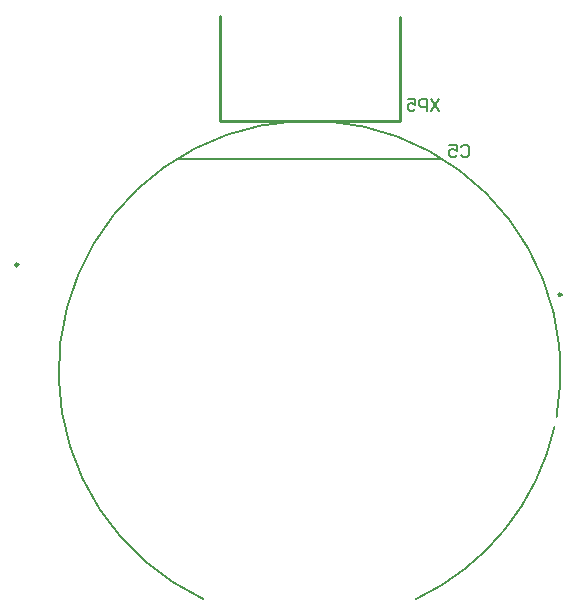
<source format=gbo>
G04*
G04 #@! TF.GenerationSoftware,Altium Limited,Altium Designer,24.6.1 (21)*
G04*
G04 Layer_Color=16776960*
%FSLAX44Y44*%
%MOMM*%
G71*
G04*
G04 #@! TF.SameCoordinates,6C584CAA-86BC-4625-B7AF-3506A17D6D12*
G04*
G04*
G04 #@! TF.FilePolarity,Positive*
G04*
G01*
G75*
%ADD10C,0.2000*%
%ADD12C,0.2540*%
D10*
X208992Y-90952D02*
G03*
X-89806Y-245090I-208992J38452D01*
G01*
X89806D02*
G03*
X207296Y-99240I-89806J192590D01*
G01*
X-111760Y127840D02*
X111760D01*
X127916Y137582D02*
X129582Y139248D01*
X132914D01*
X134581Y137582D01*
Y130918D01*
X132914Y129252D01*
X129582D01*
X127916Y130918D01*
X117919Y139248D02*
X124584D01*
Y134250D01*
X121252Y135916D01*
X119586D01*
X117919Y134250D01*
Y130918D01*
X119586Y129252D01*
X122918D01*
X124584Y130918D01*
X109579Y178498D02*
X102914Y168502D01*
Y178498D02*
X109579Y168502D01*
X99582D02*
Y178498D01*
X94584D01*
X92918Y176832D01*
Y173500D01*
X94584Y171834D01*
X99582D01*
X82921Y178498D02*
X89586D01*
Y173500D01*
X86253Y175166D01*
X84587D01*
X82921Y173500D01*
Y170168D01*
X84587Y168502D01*
X87919D01*
X89586Y170168D01*
D12*
X213250Y12700D02*
G03*
X213250Y12700I-1250J0D01*
G01*
X-246750Y38100D02*
G03*
X-246750Y38100I-1250J0D01*
G01*
X-76231Y159374D02*
X25350D01*
X-76250Y160903D02*
Y248500D01*
X-25450Y159374D02*
X76150D01*
Y248000D01*
M02*

</source>
